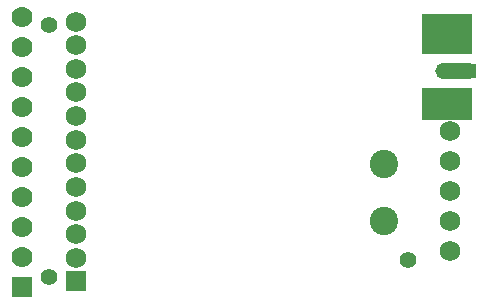
<source format=gbs>
%FSLAX25Y25*%
%MOIN*%
G70*
G01*
G75*
%ADD10C,0.01000*%
%ADD11C,0.02000*%
%ADD12C,0.00800*%
%ADD13R,0.01969X0.02000*%
%ADD14R,0.03000X0.03000*%
%ADD15R,0.02000X0.01969*%
%ADD16R,0.03150X0.00984*%
%ADD17R,0.00984X0.03150*%
%ADD18R,0.00984X0.03150*%
%ADD19R,0.05906X0.05906*%
%ADD20O,0.03150X0.00984*%
%ADD21C,0.00800*%
%ADD22R,0.05906X0.05118*%
%ADD23R,0.02000X0.03150*%
%ADD24R,0.05118X0.05906*%
%ADD25R,0.02756X0.00984*%
%ADD26R,0.00984X0.02756*%
%ADD27R,0.06299X0.06299*%
%ADD28C,0.00700*%
%ADD29C,0.01500*%
%ADD30C,0.02900*%
%ADD31C,0.00600*%
%ADD32C,0.03000*%
%ADD33R,0.00900X0.00700*%
%ADD34R,0.03000X0.02247*%
%ADD35R,0.01600X0.02900*%
%ADD36R,0.07500X0.07700*%
%ADD37R,0.04500X0.03500*%
%ADD38R,0.03900X0.03000*%
%ADD39R,0.07700X0.04600*%
%ADD40R,0.02078X0.02277*%
%ADD41R,0.04100X0.02700*%
%ADD42R,0.04000X0.03000*%
%ADD43R,0.02300X0.04800*%
%ADD44C,0.04724*%
%ADD45C,0.06000*%
%ADD46O,0.09000X0.04500*%
%ADD47C,0.04331*%
%ADD48C,0.01500*%
%ADD49C,0.06200*%
%ADD50R,0.06200X0.06200*%
%ADD51R,0.06000X0.06000*%
%ADD52C,0.02200*%
%ADD53C,0.02400*%
%ADD54C,0.02000*%
%ADD55R,0.08026X0.06000*%
%ADD56R,0.08126X0.05900*%
%ADD57R,0.07700X0.06100*%
%ADD58R,0.05600X0.04400*%
%ADD59R,0.06200X0.05400*%
%ADD60C,0.01200*%
%ADD61R,0.08100X0.04600*%
%ADD62C,0.08661*%
%ADD63C,0.00394*%
%ADD64C,0.00500*%
%ADD65C,0.00787*%
%ADD66C,0.00300*%
%ADD67R,0.03000X0.05500*%
%ADD68R,0.03000X0.05000*%
%ADD69R,0.03000X0.06000*%
%ADD70R,0.03000X0.07000*%
%ADD71R,0.01800X0.07000*%
%ADD72R,0.01800X0.19500*%
%ADD73R,0.19500X0.01800*%
%ADD74R,0.01800X0.19500*%
%ADD75R,0.19500X0.01800*%
%ADD76R,0.07654X0.02619*%
%ADD77R,0.14800X0.14700*%
%ADD78C,0.05500*%
%ADD79C,0.06000*%
%ADD80R,0.06800X0.06800*%
%ADD81R,0.04600X0.76500*%
%ADD82R,0.04900X0.06100*%
%ADD83R,0.04300X0.06500*%
%ADD84R,0.04600X0.06700*%
%ADD85R,0.04300X0.06500*%
%ADD86R,0.07600X0.05100*%
%ADD87R,0.15900X0.08900*%
%ADD88R,0.11700X0.10600*%
%ADD89R,0.11300X0.14000*%
%ADD90R,0.14500X0.14500*%
%ADD91R,0.09300X0.05100*%
%ADD92R,0.01900X0.00800*%
%ADD93R,0.04500X0.03000*%
%ADD94R,0.02768X0.02800*%
%ADD95R,0.03800X0.03800*%
%ADD96R,0.02800X0.02768*%
%ADD97R,0.03950X0.01784*%
%ADD98R,0.01784X0.03950*%
%ADD99R,0.01784X0.03950*%
%ADD100R,0.06706X0.06706*%
%ADD101O,0.03950X0.01784*%
%ADD102C,0.01600*%
%ADD103R,0.06706X0.05918*%
%ADD104R,0.02800X0.03950*%
%ADD105R,0.05918X0.06706*%
%ADD106R,0.03556X0.01784*%
%ADD107R,0.01784X0.03556*%
%ADD108C,0.05524*%
%ADD109C,0.06800*%
%ADD110O,0.09800X0.05300*%
%ADD111C,0.05131*%
%ADD112C,0.07000*%
%ADD113R,0.07000X0.07000*%
%ADD114R,0.06800X0.06800*%
%ADD115R,0.08800X0.05000*%
%ADD116R,0.16500X0.10700*%
%ADD117R,0.16600X0.13300*%
%ADD118R,0.09900X0.05200*%
%ADD119C,0.09461*%
D108*
X958526Y806184D02*
D03*
X1078000Y811700D02*
D03*
X958500Y890200D02*
D03*
D109*
X1091984Y844674D02*
D03*
Y834674D02*
D03*
Y884674D02*
D03*
Y814674D02*
D03*
Y824674D02*
D03*
Y854674D02*
D03*
Y864674D02*
D03*
X967484Y875492D02*
D03*
Y867618D02*
D03*
Y859744D02*
D03*
Y836122D02*
D03*
Y828248D02*
D03*
Y891240D02*
D03*
Y883366D02*
D03*
Y812500D02*
D03*
Y820374D02*
D03*
X967484Y851870D02*
D03*
X967484Y843996D02*
D03*
D110*
X1091984Y874674D02*
D03*
D112*
X949500Y872700D02*
D03*
Y882700D02*
D03*
Y832700D02*
D03*
Y822700D02*
D03*
Y842700D02*
D03*
Y812700D02*
D03*
Y862700D02*
D03*
Y892700D02*
D03*
Y852700D02*
D03*
D113*
Y802700D02*
D03*
D114*
X967484Y804626D02*
D03*
D115*
X1096374Y874816D02*
D03*
D116*
X1091150Y863750D02*
D03*
D117*
X1091200Y887050D02*
D03*
D118*
X1094250Y874800D02*
D03*
D119*
X1070000Y824700D02*
D03*
Y843913D02*
D03*
M02*

</source>
